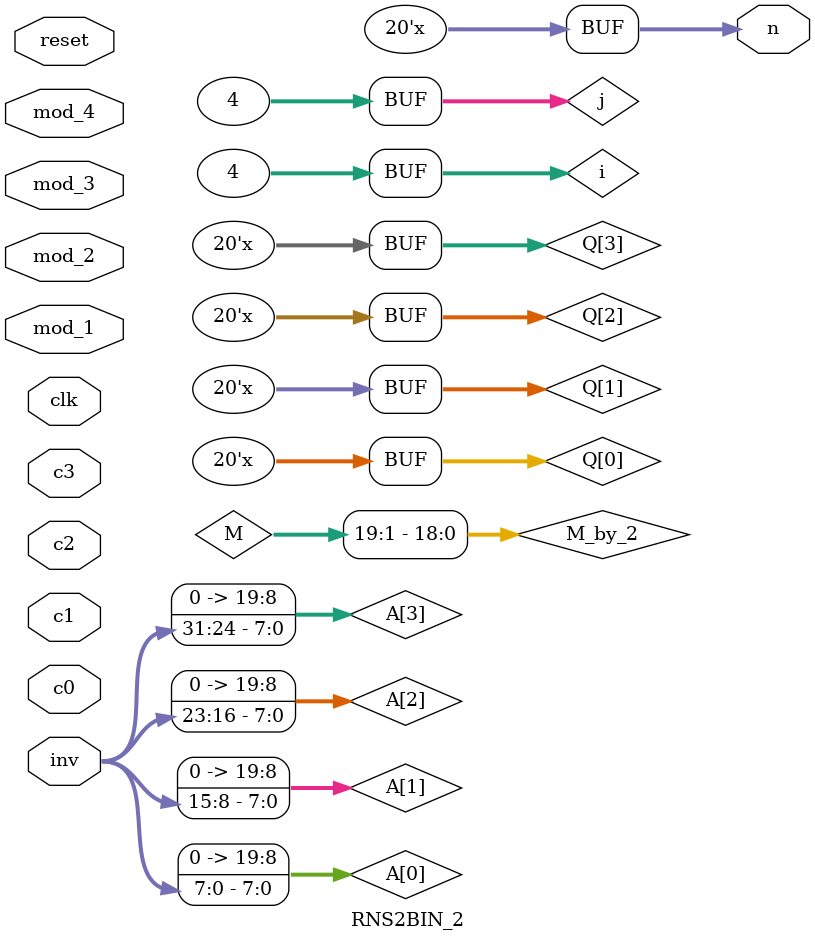
<source format=v>
`timescale 1ns / 1ps

module RNS2BIN_2(
    clk, reset,
    mod_1, mod_2, mod_3, mod_4,
    inv,
    c0, c1, c2, c3,
    n
    );
    //number of moduli
    parameter MOD_NUM = 4;
    //max size of moduli
    parameter MOD_SIZE = 5;
    //size of dynamic range of the representation
    parameter RANGE = MOD_NUM * MOD_SIZE;
    
    parameter LUT_SIZE = 128;
    parameter LUT_BIT_LENGTH = 8;
    
    input clk, reset;
    //moduli values
    input [MOD_SIZE : 0] mod_1, mod_2, mod_3, mod_4;
    input [LUT_SIZE-1: 0] inv;
    //residue coefficients
    input [MOD_SIZE - 1: 0] c0, c1, c2, c3;
    //output binary number
    output reg [RANGE - 1: 0] n;
    
    //dynamic range
    reg [RANGE - 1: 0] M;
    // half of dynamic range
    reg [RANGE - 2: 0] M_by_2;
    //array of moduli
    reg [MOD_SIZE : 0] mod_val [MOD_NUM - 1: 0];
    //array of modular inverse of Q[i] under mod_val[i]
    reg [RANGE - 1: 0] A [MOD_NUM - 1: 0];
    // Q[i] = M/mod_val[i] 
    reg [RANGE - 1: 0] Q [MOD_NUM - 1: 0];
    // array of RNS digits
    reg [MOD_SIZE - 1: 0] C [MOD_NUM - 1: 0];
    
    integer i, j;
    
    always @(posedge clk) begin
        if (reset) begin
            for (i=0; i<MOD_NUM; i=i+1) begin
                Q[i] = 1;
            end
        end
        else begin
            for (i=0; i<MOD_NUM; i=i+1) begin
                Q[i] = 1;
            end
            
            mod_val[0] <= mod_1;
            mod_val[1] <= mod_2;
            mod_val[2] <= mod_3;
            mod_val[3] <= mod_4;
            C[0] <= c0;
            C[1] <= c1;
            C[2] <= c2;
            C[3] <= c3;
            //M = dynamic range
            M <= mod_1*mod_2*mod_3*mod_4; 
        end
    end
    
    always @(C[0], C[1], C[2], C[3]) begin
        // initialise to sum to zero
        n = 0;
        for (i=0; i<MOD_NUM; i=i+1) begin
        
            for (j=0; j<MOD_NUM; j=j+1) begin
                //find Q[i] = M/m[i]
                //Q[i] = (j==i)? Q[i]*1: Q[i]*mod_val[j];
                if(j!=i)
                    Q[i] = Q[i]*mod_val[j];
                $display("%d = %d/%d", Q[i], M, mod_val[i]);
            end
            
            //find modulo inverse of Q[i] under corresponding moduli base value
            A[i] = inv[i*LUT_BIT_LENGTH +: LUT_BIT_LENGTH]; 
            $display("Modulo inverse of %d under %d is %d", Q[i], mod_val[i], A[i]);
            //find the sum
            n = n + C[i]*A[i]*Q[i];
            $display("Updated sum = %d", n);
        end
        
        $display("final sum before reduction = %d", n);
        //if n is greater than dynamic range then find mod
        if (n > M) begin
            n = n%M;
        end
        M_by_2 = M>>1;
        $display(" M by 2 = %d", M_by_2);
        if (n >= M_by_2) begin
            n = -1*M_by_2 + (n - M_by_2); 
        end
    end
    
endmodule

</source>
